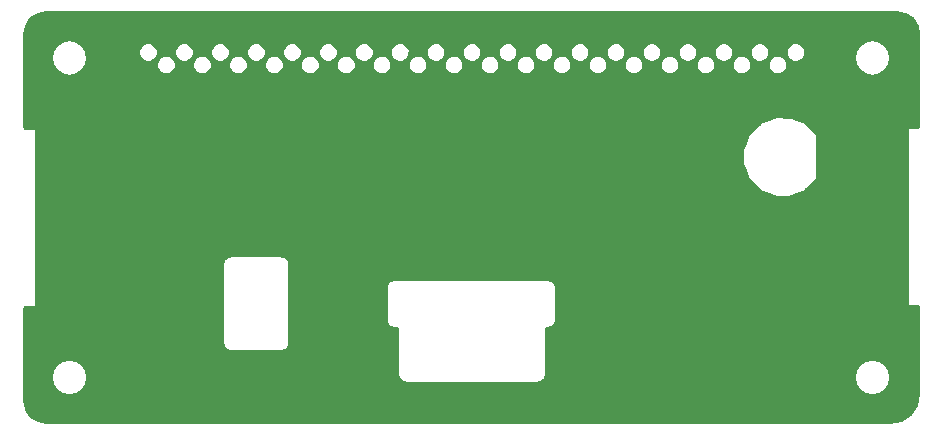
<source format=gbl>
G04 #@! TF.FileFunction,Copper,L2,Bot,Signal*
%FSLAX46Y46*%
G04 Gerber Fmt 4.6, Leading zero omitted, Abs format (unit mm)*
G04 Created by KiCad (PCBNEW (2016-09-17 revision 679eef1)-makepkg) date 09/25/16 18:07:17*
%MOMM*%
%LPD*%
G01*
G04 APERTURE LIST*
%ADD10C,0.150000*%
%ADD11C,0.800000*%
%ADD12C,0.254000*%
G04 APERTURE END LIST*
D10*
D11*
X61026029Y-14298718D03*
X62435227Y-15707916D03*
X64360227Y-16223718D03*
X66285227Y-15707916D03*
X67694425Y-14298718D03*
X68210227Y-12373718D03*
X67694425Y-10448718D03*
X66285227Y-9039520D03*
X64360227Y-8523718D03*
X62435227Y-9039520D03*
X61026029Y-10448718D03*
X60510227Y-12373718D03*
D12*
G36*
X74701912Y-281292D02*
X75305443Y-684557D01*
X75708708Y-1288088D01*
X75853000Y-2013495D01*
X75853000Y-9706505D01*
X75838112Y-9781352D01*
X75803361Y-9833360D01*
X75751352Y-9868112D01*
X75676505Y-9883000D01*
X74999999Y-9883000D01*
X74947571Y-9893429D01*
X74903125Y-9923126D01*
X74873428Y-9967572D01*
X74862999Y-10020000D01*
X74863000Y-24860000D01*
X74873429Y-24912428D01*
X74903126Y-24956874D01*
X74947572Y-24986571D01*
X75000000Y-24997000D01*
X75676505Y-24997000D01*
X75751352Y-25011888D01*
X75803361Y-25046640D01*
X75838112Y-25098648D01*
X75853000Y-25173495D01*
X75853000Y-32486505D01*
X75671408Y-33399429D01*
X75161926Y-34161923D01*
X74399429Y-34671408D01*
X73486495Y-34853002D01*
X2013486Y-34862998D01*
X1288088Y-34718708D01*
X684557Y-34315443D01*
X281292Y-33711912D01*
X137000Y-32986505D01*
X137000Y-31035000D01*
X2408000Y-31035000D01*
X2524997Y-31623184D01*
X2858177Y-32121823D01*
X3356816Y-32455003D01*
X3945000Y-32572000D01*
X4533184Y-32455003D01*
X5031823Y-32121823D01*
X5365003Y-31623184D01*
X5482000Y-31035000D01*
X5365003Y-30446816D01*
X5031823Y-29948177D01*
X4533184Y-29614997D01*
X3945000Y-29498000D01*
X3356816Y-29614997D01*
X2858177Y-29948177D01*
X2524997Y-30446816D01*
X2408000Y-31035000D01*
X137000Y-31035000D01*
X137000Y-25273495D01*
X151888Y-25198648D01*
X186640Y-25146639D01*
X238648Y-25111888D01*
X313495Y-25097000D01*
X990000Y-25097000D01*
X1042428Y-25086571D01*
X1086874Y-25056874D01*
X1116571Y-25012428D01*
X1127000Y-24960000D01*
X1127000Y-21427916D01*
X16908227Y-21427916D01*
X16908227Y-28127916D01*
X16911628Y-28145014D01*
X16911628Y-28162447D01*
X16949688Y-28353789D01*
X16949688Y-28353790D01*
X16976117Y-28417595D01*
X17084502Y-28579804D01*
X17133337Y-28628639D01*
X17295548Y-28737026D01*
X17295549Y-28737027D01*
X17332925Y-28752508D01*
X17359353Y-28763455D01*
X17359354Y-28763455D01*
X17550697Y-28801515D01*
X17568129Y-28801515D01*
X17585227Y-28804916D01*
X21935227Y-28804916D01*
X21952325Y-28801515D01*
X21969758Y-28801515D01*
X22161100Y-28763455D01*
X22161101Y-28763455D01*
X22224906Y-28737026D01*
X22387117Y-28628639D01*
X22435952Y-28579804D01*
X22544337Y-28417595D01*
X22544338Y-28417594D01*
X22570766Y-28353789D01*
X22608826Y-28162446D01*
X22608826Y-28145014D01*
X22612227Y-28127916D01*
X22612227Y-23427916D01*
X30758227Y-23427916D01*
X30758227Y-26207916D01*
X30761628Y-26225014D01*
X30761628Y-26242447D01*
X30799688Y-26433789D01*
X30799688Y-26433790D01*
X30826117Y-26497595D01*
X30934502Y-26659804D01*
X30983337Y-26708639D01*
X31145548Y-26817026D01*
X31145549Y-26817027D01*
X31182925Y-26832508D01*
X31209353Y-26843455D01*
X31209354Y-26843455D01*
X31400697Y-26881515D01*
X31418129Y-26881515D01*
X31435227Y-26884916D01*
X31758227Y-26884916D01*
X31758227Y-30827916D01*
X31761628Y-30845014D01*
X31761628Y-30862447D01*
X31799688Y-31053789D01*
X31799688Y-31053790D01*
X31826117Y-31117595D01*
X31934502Y-31279804D01*
X31983337Y-31328639D01*
X32145548Y-31437026D01*
X32145549Y-31437027D01*
X32182925Y-31452508D01*
X32209353Y-31463455D01*
X32209354Y-31463455D01*
X32400697Y-31501515D01*
X32418129Y-31501515D01*
X32435227Y-31504916D01*
X43635227Y-31504916D01*
X43652325Y-31501515D01*
X43669758Y-31501515D01*
X43861100Y-31463455D01*
X43861101Y-31463455D01*
X43924906Y-31437026D01*
X44087117Y-31328639D01*
X44135952Y-31279804D01*
X44244337Y-31117595D01*
X44244338Y-31117594D01*
X44259819Y-31080218D01*
X44268193Y-31060000D01*
X70383000Y-31060000D01*
X70499997Y-31648184D01*
X70833177Y-32146823D01*
X71331816Y-32480003D01*
X71920000Y-32597000D01*
X72508184Y-32480003D01*
X73006823Y-32146823D01*
X73340003Y-31648184D01*
X73457000Y-31060000D01*
X73340003Y-30471816D01*
X73006823Y-29973177D01*
X72508184Y-29639997D01*
X71920000Y-29523000D01*
X71331816Y-29639997D01*
X70833177Y-29973177D01*
X70499997Y-30471816D01*
X70383000Y-31060000D01*
X44268193Y-31060000D01*
X44270766Y-31053790D01*
X44270766Y-31053789D01*
X44308826Y-30862446D01*
X44308826Y-30845014D01*
X44312227Y-30827916D01*
X44312227Y-26884916D01*
X44485227Y-26884916D01*
X44502325Y-26881515D01*
X44519758Y-26881515D01*
X44711100Y-26843455D01*
X44711101Y-26843455D01*
X44774906Y-26817026D01*
X44937117Y-26708639D01*
X44985952Y-26659804D01*
X45094337Y-26497595D01*
X45094338Y-26497594D01*
X45120766Y-26433789D01*
X45158826Y-26242446D01*
X45158826Y-26225014D01*
X45162227Y-26207916D01*
X45162227Y-23427916D01*
X45158826Y-23410818D01*
X45158826Y-23393386D01*
X45120766Y-23202043D01*
X45094338Y-23138238D01*
X45094337Y-23138237D01*
X44985950Y-22976026D01*
X44937115Y-22927191D01*
X44774906Y-22818806D01*
X44711101Y-22792377D01*
X44711100Y-22792377D01*
X44519758Y-22754317D01*
X44502325Y-22754317D01*
X44485227Y-22750916D01*
X31435227Y-22750916D01*
X31418129Y-22754317D01*
X31400697Y-22754317D01*
X31209354Y-22792377D01*
X31209353Y-22792377D01*
X31184291Y-22802758D01*
X31145549Y-22818805D01*
X31145548Y-22818806D01*
X30983339Y-22927191D01*
X30934504Y-22976026D01*
X30826117Y-23138237D01*
X30826117Y-23138238D01*
X30799688Y-23202043D01*
X30761628Y-23393385D01*
X30761628Y-23410818D01*
X30758227Y-23427916D01*
X22612227Y-23427916D01*
X22612227Y-21427916D01*
X22608826Y-21410818D01*
X22608826Y-21393386D01*
X22570766Y-21202043D01*
X22544338Y-21138238D01*
X22544337Y-21138237D01*
X22435950Y-20976026D01*
X22387115Y-20927191D01*
X22224906Y-20818806D01*
X22161101Y-20792377D01*
X22161100Y-20792377D01*
X21969758Y-20754317D01*
X21952325Y-20754317D01*
X21935227Y-20750916D01*
X17585227Y-20750916D01*
X17568129Y-20754317D01*
X17550697Y-20754317D01*
X17359354Y-20792377D01*
X17359353Y-20792377D01*
X17334291Y-20802758D01*
X17295549Y-20818805D01*
X17295548Y-20818806D01*
X17133339Y-20927191D01*
X17084504Y-20976026D01*
X16976117Y-21138237D01*
X16976117Y-21138238D01*
X16949688Y-21202043D01*
X16911628Y-21393385D01*
X16911628Y-21410818D01*
X16908227Y-21427916D01*
X1127000Y-21427916D01*
X1127000Y-13002737D01*
X60969175Y-13002737D01*
X60984434Y-13080062D01*
X60984435Y-13080063D01*
X61468018Y-14252551D01*
X61468019Y-14252556D01*
X61473845Y-14261303D01*
X61511708Y-14318156D01*
X61511711Y-14318158D01*
X62407173Y-15216334D01*
X62407175Y-15216337D01*
X62433449Y-15233951D01*
X62472642Y-15260225D01*
X62472647Y-15260226D01*
X63643662Y-15747354D01*
X63643666Y-15747357D01*
X63720944Y-15762850D01*
X64989246Y-15764770D01*
X65066571Y-15749511D01*
X65066573Y-15749509D01*
X66239060Y-15265927D01*
X66239065Y-15265926D01*
X66278441Y-15239702D01*
X66304665Y-15222237D01*
X66304667Y-15222234D01*
X67202846Y-14326769D01*
X67202931Y-14326642D01*
X67203063Y-14326554D01*
X67224979Y-14293755D01*
X67246734Y-14261303D01*
X67246765Y-14261149D01*
X67246851Y-14261020D01*
X67254408Y-14223028D01*
X67262228Y-14184024D01*
X67262197Y-14183868D01*
X67262227Y-14183718D01*
X67262227Y-10563723D01*
X67262228Y-10563718D01*
X67246851Y-10486416D01*
X67203063Y-10420882D01*
X66313063Y-9530882D01*
X66280185Y-9508914D01*
X66247812Y-9487212D01*
X66247530Y-9487095D01*
X66247529Y-9487094D01*
X66247528Y-9487094D01*
X65076789Y-9000080D01*
X65076790Y-9000080D01*
X65076788Y-9000079D01*
X65015003Y-8987692D01*
X64999510Y-8984586D01*
X64999509Y-8984586D01*
X63731208Y-8982666D01*
X63653883Y-8997925D01*
X62481394Y-9481509D01*
X62481389Y-9481510D01*
X62415790Y-9525199D01*
X61517608Y-10420666D01*
X61473720Y-10486133D01*
X61473719Y-10486138D01*
X60986590Y-11657155D01*
X60986588Y-11657157D01*
X60971095Y-11734436D01*
X60969175Y-13002737D01*
X1127000Y-13002737D01*
X1127000Y-10120000D01*
X1116571Y-10067572D01*
X1086874Y-10023126D01*
X1042428Y-9993429D01*
X990000Y-9983000D01*
X313495Y-9983000D01*
X238648Y-9968112D01*
X186640Y-9933361D01*
X151888Y-9881352D01*
X137000Y-9806505D01*
X137000Y-3985000D01*
X2408000Y-3985000D01*
X2524997Y-4573184D01*
X2858177Y-5071823D01*
X3356816Y-5405003D01*
X3945000Y-5522000D01*
X4533184Y-5405003D01*
X5031823Y-5071823D01*
X5237651Y-4763779D01*
X11328357Y-4763779D01*
X11453995Y-5067846D01*
X11686430Y-5300688D01*
X11990278Y-5426856D01*
X12319279Y-5427143D01*
X12623346Y-5301505D01*
X12856188Y-5069070D01*
X12982356Y-4765222D01*
X12982357Y-4763779D01*
X14373857Y-4763779D01*
X14499495Y-5067846D01*
X14731930Y-5300688D01*
X15035778Y-5426856D01*
X15364779Y-5427143D01*
X15668846Y-5301505D01*
X15901688Y-5069070D01*
X16027856Y-4765222D01*
X16027857Y-4763779D01*
X17419357Y-4763779D01*
X17544995Y-5067846D01*
X17777430Y-5300688D01*
X18081278Y-5426856D01*
X18410279Y-5427143D01*
X18714346Y-5301505D01*
X18947188Y-5069070D01*
X19073356Y-4765222D01*
X19073357Y-4763779D01*
X20464857Y-4763779D01*
X20590495Y-5067846D01*
X20822930Y-5300688D01*
X21126778Y-5426856D01*
X21455779Y-5427143D01*
X21759846Y-5301505D01*
X21992688Y-5069070D01*
X22118856Y-4765222D01*
X22118857Y-4763779D01*
X23510357Y-4763779D01*
X23635995Y-5067846D01*
X23868430Y-5300688D01*
X24172278Y-5426856D01*
X24501279Y-5427143D01*
X24805346Y-5301505D01*
X25038188Y-5069070D01*
X25164356Y-4765222D01*
X25164357Y-4763779D01*
X26555857Y-4763779D01*
X26681495Y-5067846D01*
X26913930Y-5300688D01*
X27217778Y-5426856D01*
X27546779Y-5427143D01*
X27850846Y-5301505D01*
X28083688Y-5069070D01*
X28209856Y-4765222D01*
X28209857Y-4763779D01*
X29601357Y-4763779D01*
X29726995Y-5067846D01*
X29959430Y-5300688D01*
X30263278Y-5426856D01*
X30592279Y-5427143D01*
X30896346Y-5301505D01*
X31129188Y-5069070D01*
X31255356Y-4765222D01*
X31255357Y-4763779D01*
X32646857Y-4763779D01*
X32772495Y-5067846D01*
X33004930Y-5300688D01*
X33308778Y-5426856D01*
X33637779Y-5427143D01*
X33941846Y-5301505D01*
X34174688Y-5069070D01*
X34300856Y-4765222D01*
X34300857Y-4763779D01*
X35692357Y-4763779D01*
X35817995Y-5067846D01*
X36050430Y-5300688D01*
X36354278Y-5426856D01*
X36683279Y-5427143D01*
X36987346Y-5301505D01*
X37220188Y-5069070D01*
X37346356Y-4765222D01*
X37346357Y-4763779D01*
X38737857Y-4763779D01*
X38863495Y-5067846D01*
X39095930Y-5300688D01*
X39399778Y-5426856D01*
X39728779Y-5427143D01*
X40032846Y-5301505D01*
X40265688Y-5069070D01*
X40391856Y-4765222D01*
X40391857Y-4763779D01*
X41783357Y-4763779D01*
X41908995Y-5067846D01*
X42141430Y-5300688D01*
X42445278Y-5426856D01*
X42774279Y-5427143D01*
X43078346Y-5301505D01*
X43311188Y-5069070D01*
X43437356Y-4765222D01*
X43437357Y-4763779D01*
X44828857Y-4763779D01*
X44954495Y-5067846D01*
X45186930Y-5300688D01*
X45490778Y-5426856D01*
X45819779Y-5427143D01*
X46123846Y-5301505D01*
X46356688Y-5069070D01*
X46482856Y-4765222D01*
X46482857Y-4763779D01*
X47874357Y-4763779D01*
X47999995Y-5067846D01*
X48232430Y-5300688D01*
X48536278Y-5426856D01*
X48865279Y-5427143D01*
X49169346Y-5301505D01*
X49402188Y-5069070D01*
X49528356Y-4765222D01*
X49528357Y-4763779D01*
X50919857Y-4763779D01*
X51045495Y-5067846D01*
X51277930Y-5300688D01*
X51581778Y-5426856D01*
X51910779Y-5427143D01*
X52214846Y-5301505D01*
X52447688Y-5069070D01*
X52573856Y-4765222D01*
X52573857Y-4763779D01*
X53965357Y-4763779D01*
X54090995Y-5067846D01*
X54323430Y-5300688D01*
X54627278Y-5426856D01*
X54956279Y-5427143D01*
X55260346Y-5301505D01*
X55493188Y-5069070D01*
X55619356Y-4765222D01*
X55619357Y-4763779D01*
X57010857Y-4763779D01*
X57136495Y-5067846D01*
X57368930Y-5300688D01*
X57672778Y-5426856D01*
X58001779Y-5427143D01*
X58305846Y-5301505D01*
X58538688Y-5069070D01*
X58664856Y-4765222D01*
X58664857Y-4763779D01*
X60056357Y-4763779D01*
X60181995Y-5067846D01*
X60414430Y-5300688D01*
X60718278Y-5426856D01*
X61047279Y-5427143D01*
X61351346Y-5301505D01*
X61584188Y-5069070D01*
X61710356Y-4765222D01*
X61710357Y-4763779D01*
X63101857Y-4763779D01*
X63227495Y-5067846D01*
X63459930Y-5300688D01*
X63763778Y-5426856D01*
X64092779Y-5427143D01*
X64396846Y-5301505D01*
X64629688Y-5069070D01*
X64755856Y-4765222D01*
X64756143Y-4436221D01*
X64630505Y-4132154D01*
X64398070Y-3899312D01*
X64094222Y-3773144D01*
X63765221Y-3772857D01*
X63461154Y-3898495D01*
X63228312Y-4130930D01*
X63102144Y-4434778D01*
X63101857Y-4763779D01*
X61710357Y-4763779D01*
X61710643Y-4436221D01*
X61585005Y-4132154D01*
X61352570Y-3899312D01*
X61048722Y-3773144D01*
X60719721Y-3772857D01*
X60415654Y-3898495D01*
X60182812Y-4130930D01*
X60056644Y-4434778D01*
X60056357Y-4763779D01*
X58664857Y-4763779D01*
X58665143Y-4436221D01*
X58539505Y-4132154D01*
X58307070Y-3899312D01*
X58003222Y-3773144D01*
X57674221Y-3772857D01*
X57370154Y-3898495D01*
X57137312Y-4130930D01*
X57011144Y-4434778D01*
X57010857Y-4763779D01*
X55619357Y-4763779D01*
X55619643Y-4436221D01*
X55494005Y-4132154D01*
X55261570Y-3899312D01*
X54957722Y-3773144D01*
X54628721Y-3772857D01*
X54324654Y-3898495D01*
X54091812Y-4130930D01*
X53965644Y-4434778D01*
X53965357Y-4763779D01*
X52573857Y-4763779D01*
X52574143Y-4436221D01*
X52448505Y-4132154D01*
X52216070Y-3899312D01*
X51912222Y-3773144D01*
X51583221Y-3772857D01*
X51279154Y-3898495D01*
X51046312Y-4130930D01*
X50920144Y-4434778D01*
X50919857Y-4763779D01*
X49528357Y-4763779D01*
X49528643Y-4436221D01*
X49403005Y-4132154D01*
X49170570Y-3899312D01*
X48866722Y-3773144D01*
X48537721Y-3772857D01*
X48233654Y-3898495D01*
X48000812Y-4130930D01*
X47874644Y-4434778D01*
X47874357Y-4763779D01*
X46482857Y-4763779D01*
X46483143Y-4436221D01*
X46357505Y-4132154D01*
X46125070Y-3899312D01*
X45821222Y-3773144D01*
X45492221Y-3772857D01*
X45188154Y-3898495D01*
X44955312Y-4130930D01*
X44829144Y-4434778D01*
X44828857Y-4763779D01*
X43437357Y-4763779D01*
X43437643Y-4436221D01*
X43312005Y-4132154D01*
X43079570Y-3899312D01*
X42775722Y-3773144D01*
X42446721Y-3772857D01*
X42142654Y-3898495D01*
X41909812Y-4130930D01*
X41783644Y-4434778D01*
X41783357Y-4763779D01*
X40391857Y-4763779D01*
X40392143Y-4436221D01*
X40266505Y-4132154D01*
X40034070Y-3899312D01*
X39730222Y-3773144D01*
X39401221Y-3772857D01*
X39097154Y-3898495D01*
X38864312Y-4130930D01*
X38738144Y-4434778D01*
X38737857Y-4763779D01*
X37346357Y-4763779D01*
X37346643Y-4436221D01*
X37221005Y-4132154D01*
X36988570Y-3899312D01*
X36684722Y-3773144D01*
X36355721Y-3772857D01*
X36051654Y-3898495D01*
X35818812Y-4130930D01*
X35692644Y-4434778D01*
X35692357Y-4763779D01*
X34300857Y-4763779D01*
X34301143Y-4436221D01*
X34175505Y-4132154D01*
X33943070Y-3899312D01*
X33639222Y-3773144D01*
X33310221Y-3772857D01*
X33006154Y-3898495D01*
X32773312Y-4130930D01*
X32647144Y-4434778D01*
X32646857Y-4763779D01*
X31255357Y-4763779D01*
X31255643Y-4436221D01*
X31130005Y-4132154D01*
X30897570Y-3899312D01*
X30593722Y-3773144D01*
X30264721Y-3772857D01*
X29960654Y-3898495D01*
X29727812Y-4130930D01*
X29601644Y-4434778D01*
X29601357Y-4763779D01*
X28209857Y-4763779D01*
X28210143Y-4436221D01*
X28084505Y-4132154D01*
X27852070Y-3899312D01*
X27548222Y-3773144D01*
X27219221Y-3772857D01*
X26915154Y-3898495D01*
X26682312Y-4130930D01*
X26556144Y-4434778D01*
X26555857Y-4763779D01*
X25164357Y-4763779D01*
X25164643Y-4436221D01*
X25039005Y-4132154D01*
X24806570Y-3899312D01*
X24502722Y-3773144D01*
X24173721Y-3772857D01*
X23869654Y-3898495D01*
X23636812Y-4130930D01*
X23510644Y-4434778D01*
X23510357Y-4763779D01*
X22118857Y-4763779D01*
X22119143Y-4436221D01*
X21993505Y-4132154D01*
X21761070Y-3899312D01*
X21457222Y-3773144D01*
X21128221Y-3772857D01*
X20824154Y-3898495D01*
X20591312Y-4130930D01*
X20465144Y-4434778D01*
X20464857Y-4763779D01*
X19073357Y-4763779D01*
X19073643Y-4436221D01*
X18948005Y-4132154D01*
X18715570Y-3899312D01*
X18411722Y-3773144D01*
X18082721Y-3772857D01*
X17778654Y-3898495D01*
X17545812Y-4130930D01*
X17419644Y-4434778D01*
X17419357Y-4763779D01*
X16027857Y-4763779D01*
X16028143Y-4436221D01*
X15902505Y-4132154D01*
X15670070Y-3899312D01*
X15366222Y-3773144D01*
X15037221Y-3772857D01*
X14733154Y-3898495D01*
X14500312Y-4130930D01*
X14374144Y-4434778D01*
X14373857Y-4763779D01*
X12982357Y-4763779D01*
X12982643Y-4436221D01*
X12857005Y-4132154D01*
X12624570Y-3899312D01*
X12320722Y-3773144D01*
X11991721Y-3772857D01*
X11687654Y-3898495D01*
X11454812Y-4130930D01*
X11328644Y-4434778D01*
X11328357Y-4763779D01*
X5237651Y-4763779D01*
X5365003Y-4573184D01*
X5482000Y-3985000D01*
X5426062Y-3703779D01*
X9808357Y-3703779D01*
X9933995Y-4007846D01*
X10166430Y-4240688D01*
X10470278Y-4366856D01*
X10799279Y-4367143D01*
X11103346Y-4241505D01*
X11336188Y-4009070D01*
X11462356Y-3705222D01*
X11462357Y-3703779D01*
X12853857Y-3703779D01*
X12979495Y-4007846D01*
X13211930Y-4240688D01*
X13515778Y-4366856D01*
X13844779Y-4367143D01*
X14148846Y-4241505D01*
X14381688Y-4009070D01*
X14507856Y-3705222D01*
X14507857Y-3703779D01*
X15899357Y-3703779D01*
X16024995Y-4007846D01*
X16257430Y-4240688D01*
X16561278Y-4366856D01*
X16890279Y-4367143D01*
X17194346Y-4241505D01*
X17427188Y-4009070D01*
X17553356Y-3705222D01*
X17553357Y-3703779D01*
X18944857Y-3703779D01*
X19070495Y-4007846D01*
X19302930Y-4240688D01*
X19606778Y-4366856D01*
X19935779Y-4367143D01*
X20239846Y-4241505D01*
X20472688Y-4009070D01*
X20598856Y-3705222D01*
X20598857Y-3703779D01*
X21990357Y-3703779D01*
X22115995Y-4007846D01*
X22348430Y-4240688D01*
X22652278Y-4366856D01*
X22981279Y-4367143D01*
X23285346Y-4241505D01*
X23518188Y-4009070D01*
X23644356Y-3705222D01*
X23644357Y-3703779D01*
X25035857Y-3703779D01*
X25161495Y-4007846D01*
X25393930Y-4240688D01*
X25697778Y-4366856D01*
X26026779Y-4367143D01*
X26330846Y-4241505D01*
X26563688Y-4009070D01*
X26689856Y-3705222D01*
X26689857Y-3703779D01*
X28081357Y-3703779D01*
X28206995Y-4007846D01*
X28439430Y-4240688D01*
X28743278Y-4366856D01*
X29072279Y-4367143D01*
X29376346Y-4241505D01*
X29609188Y-4009070D01*
X29735356Y-3705222D01*
X29735357Y-3703779D01*
X31126857Y-3703779D01*
X31252495Y-4007846D01*
X31484930Y-4240688D01*
X31788778Y-4366856D01*
X32117779Y-4367143D01*
X32421846Y-4241505D01*
X32654688Y-4009070D01*
X32780856Y-3705222D01*
X32780857Y-3703779D01*
X34172357Y-3703779D01*
X34297995Y-4007846D01*
X34530430Y-4240688D01*
X34834278Y-4366856D01*
X35163279Y-4367143D01*
X35467346Y-4241505D01*
X35700188Y-4009070D01*
X35826356Y-3705222D01*
X35826357Y-3703779D01*
X37217857Y-3703779D01*
X37343495Y-4007846D01*
X37575930Y-4240688D01*
X37879778Y-4366856D01*
X38208779Y-4367143D01*
X38512846Y-4241505D01*
X38745688Y-4009070D01*
X38871856Y-3705222D01*
X38871857Y-3703779D01*
X40263357Y-3703779D01*
X40388995Y-4007846D01*
X40621430Y-4240688D01*
X40925278Y-4366856D01*
X41254279Y-4367143D01*
X41558346Y-4241505D01*
X41791188Y-4009070D01*
X41917356Y-3705222D01*
X41917357Y-3703779D01*
X43308857Y-3703779D01*
X43434495Y-4007846D01*
X43666930Y-4240688D01*
X43970778Y-4366856D01*
X44299779Y-4367143D01*
X44603846Y-4241505D01*
X44836688Y-4009070D01*
X44962856Y-3705222D01*
X44962857Y-3703779D01*
X46354357Y-3703779D01*
X46479995Y-4007846D01*
X46712430Y-4240688D01*
X47016278Y-4366856D01*
X47345279Y-4367143D01*
X47649346Y-4241505D01*
X47882188Y-4009070D01*
X48008356Y-3705222D01*
X48008357Y-3703779D01*
X49399857Y-3703779D01*
X49525495Y-4007846D01*
X49757930Y-4240688D01*
X50061778Y-4366856D01*
X50390779Y-4367143D01*
X50694846Y-4241505D01*
X50927688Y-4009070D01*
X51053856Y-3705222D01*
X51053857Y-3703779D01*
X52445357Y-3703779D01*
X52570995Y-4007846D01*
X52803430Y-4240688D01*
X53107278Y-4366856D01*
X53436279Y-4367143D01*
X53740346Y-4241505D01*
X53973188Y-4009070D01*
X54099356Y-3705222D01*
X54099357Y-3703779D01*
X55490857Y-3703779D01*
X55616495Y-4007846D01*
X55848930Y-4240688D01*
X56152778Y-4366856D01*
X56481779Y-4367143D01*
X56785846Y-4241505D01*
X57018688Y-4009070D01*
X57144856Y-3705222D01*
X57144857Y-3703779D01*
X58536357Y-3703779D01*
X58661995Y-4007846D01*
X58894430Y-4240688D01*
X59198278Y-4366856D01*
X59527279Y-4367143D01*
X59831346Y-4241505D01*
X60064188Y-4009070D01*
X60190356Y-3705222D01*
X60190357Y-3703779D01*
X61581857Y-3703779D01*
X61707495Y-4007846D01*
X61939930Y-4240688D01*
X62243778Y-4366856D01*
X62572779Y-4367143D01*
X62876846Y-4241505D01*
X63109688Y-4009070D01*
X63235856Y-3705222D01*
X63235857Y-3703779D01*
X64627357Y-3703779D01*
X64752995Y-4007846D01*
X64985430Y-4240688D01*
X65289278Y-4366856D01*
X65618279Y-4367143D01*
X65922346Y-4241505D01*
X66155188Y-4009070D01*
X66165182Y-3985000D01*
X70408000Y-3985000D01*
X70524997Y-4573184D01*
X70858177Y-5071823D01*
X71356816Y-5405003D01*
X71945000Y-5522000D01*
X72533184Y-5405003D01*
X73031823Y-5071823D01*
X73365003Y-4573184D01*
X73482000Y-3985000D01*
X73365003Y-3396816D01*
X73031823Y-2898177D01*
X72533184Y-2564997D01*
X71945000Y-2448000D01*
X71356816Y-2564997D01*
X70858177Y-2898177D01*
X70524997Y-3396816D01*
X70408000Y-3985000D01*
X66165182Y-3985000D01*
X66281356Y-3705222D01*
X66281643Y-3376221D01*
X66156005Y-3072154D01*
X65923570Y-2839312D01*
X65619722Y-2713144D01*
X65290721Y-2712857D01*
X64986654Y-2838495D01*
X64753812Y-3070930D01*
X64627644Y-3374778D01*
X64627357Y-3703779D01*
X63235857Y-3703779D01*
X63236143Y-3376221D01*
X63110505Y-3072154D01*
X62878070Y-2839312D01*
X62574222Y-2713144D01*
X62245221Y-2712857D01*
X61941154Y-2838495D01*
X61708312Y-3070930D01*
X61582144Y-3374778D01*
X61581857Y-3703779D01*
X60190357Y-3703779D01*
X60190643Y-3376221D01*
X60065005Y-3072154D01*
X59832570Y-2839312D01*
X59528722Y-2713144D01*
X59199721Y-2712857D01*
X58895654Y-2838495D01*
X58662812Y-3070930D01*
X58536644Y-3374778D01*
X58536357Y-3703779D01*
X57144857Y-3703779D01*
X57145143Y-3376221D01*
X57019505Y-3072154D01*
X56787070Y-2839312D01*
X56483222Y-2713144D01*
X56154221Y-2712857D01*
X55850154Y-2838495D01*
X55617312Y-3070930D01*
X55491144Y-3374778D01*
X55490857Y-3703779D01*
X54099357Y-3703779D01*
X54099643Y-3376221D01*
X53974005Y-3072154D01*
X53741570Y-2839312D01*
X53437722Y-2713144D01*
X53108721Y-2712857D01*
X52804654Y-2838495D01*
X52571812Y-3070930D01*
X52445644Y-3374778D01*
X52445357Y-3703779D01*
X51053857Y-3703779D01*
X51054143Y-3376221D01*
X50928505Y-3072154D01*
X50696070Y-2839312D01*
X50392222Y-2713144D01*
X50063221Y-2712857D01*
X49759154Y-2838495D01*
X49526312Y-3070930D01*
X49400144Y-3374778D01*
X49399857Y-3703779D01*
X48008357Y-3703779D01*
X48008643Y-3376221D01*
X47883005Y-3072154D01*
X47650570Y-2839312D01*
X47346722Y-2713144D01*
X47017721Y-2712857D01*
X46713654Y-2838495D01*
X46480812Y-3070930D01*
X46354644Y-3374778D01*
X46354357Y-3703779D01*
X44962857Y-3703779D01*
X44963143Y-3376221D01*
X44837505Y-3072154D01*
X44605070Y-2839312D01*
X44301222Y-2713144D01*
X43972221Y-2712857D01*
X43668154Y-2838495D01*
X43435312Y-3070930D01*
X43309144Y-3374778D01*
X43308857Y-3703779D01*
X41917357Y-3703779D01*
X41917643Y-3376221D01*
X41792005Y-3072154D01*
X41559570Y-2839312D01*
X41255722Y-2713144D01*
X40926721Y-2712857D01*
X40622654Y-2838495D01*
X40389812Y-3070930D01*
X40263644Y-3374778D01*
X40263357Y-3703779D01*
X38871857Y-3703779D01*
X38872143Y-3376221D01*
X38746505Y-3072154D01*
X38514070Y-2839312D01*
X38210222Y-2713144D01*
X37881221Y-2712857D01*
X37577154Y-2838495D01*
X37344312Y-3070930D01*
X37218144Y-3374778D01*
X37217857Y-3703779D01*
X35826357Y-3703779D01*
X35826643Y-3376221D01*
X35701005Y-3072154D01*
X35468570Y-2839312D01*
X35164722Y-2713144D01*
X34835721Y-2712857D01*
X34531654Y-2838495D01*
X34298812Y-3070930D01*
X34172644Y-3374778D01*
X34172357Y-3703779D01*
X32780857Y-3703779D01*
X32781143Y-3376221D01*
X32655505Y-3072154D01*
X32423070Y-2839312D01*
X32119222Y-2713144D01*
X31790221Y-2712857D01*
X31486154Y-2838495D01*
X31253312Y-3070930D01*
X31127144Y-3374778D01*
X31126857Y-3703779D01*
X29735357Y-3703779D01*
X29735643Y-3376221D01*
X29610005Y-3072154D01*
X29377570Y-2839312D01*
X29073722Y-2713144D01*
X28744721Y-2712857D01*
X28440654Y-2838495D01*
X28207812Y-3070930D01*
X28081644Y-3374778D01*
X28081357Y-3703779D01*
X26689857Y-3703779D01*
X26690143Y-3376221D01*
X26564505Y-3072154D01*
X26332070Y-2839312D01*
X26028222Y-2713144D01*
X25699221Y-2712857D01*
X25395154Y-2838495D01*
X25162312Y-3070930D01*
X25036144Y-3374778D01*
X25035857Y-3703779D01*
X23644357Y-3703779D01*
X23644643Y-3376221D01*
X23519005Y-3072154D01*
X23286570Y-2839312D01*
X22982722Y-2713144D01*
X22653721Y-2712857D01*
X22349654Y-2838495D01*
X22116812Y-3070930D01*
X21990644Y-3374778D01*
X21990357Y-3703779D01*
X20598857Y-3703779D01*
X20599143Y-3376221D01*
X20473505Y-3072154D01*
X20241070Y-2839312D01*
X19937222Y-2713144D01*
X19608221Y-2712857D01*
X19304154Y-2838495D01*
X19071312Y-3070930D01*
X18945144Y-3374778D01*
X18944857Y-3703779D01*
X17553357Y-3703779D01*
X17553643Y-3376221D01*
X17428005Y-3072154D01*
X17195570Y-2839312D01*
X16891722Y-2713144D01*
X16562721Y-2712857D01*
X16258654Y-2838495D01*
X16025812Y-3070930D01*
X15899644Y-3374778D01*
X15899357Y-3703779D01*
X14507857Y-3703779D01*
X14508143Y-3376221D01*
X14382505Y-3072154D01*
X14150070Y-2839312D01*
X13846222Y-2713144D01*
X13517221Y-2712857D01*
X13213154Y-2838495D01*
X12980312Y-3070930D01*
X12854144Y-3374778D01*
X12853857Y-3703779D01*
X11462357Y-3703779D01*
X11462643Y-3376221D01*
X11337005Y-3072154D01*
X11104570Y-2839312D01*
X10800722Y-2713144D01*
X10471721Y-2712857D01*
X10167654Y-2838495D01*
X9934812Y-3070930D01*
X9808644Y-3374778D01*
X9808357Y-3703779D01*
X5426062Y-3703779D01*
X5365003Y-3396816D01*
X5031823Y-2898177D01*
X4533184Y-2564997D01*
X3945000Y-2448000D01*
X3356816Y-2564997D01*
X2858177Y-2898177D01*
X2524997Y-3396816D01*
X2408000Y-3985000D01*
X137000Y-3985000D01*
X137000Y-2013496D01*
X281292Y-1288089D01*
X684557Y-684558D01*
X1288085Y-281293D01*
X2013494Y-137000D01*
X73976505Y-137000D01*
X74701912Y-281292D01*
X74701912Y-281292D01*
G37*
X74701912Y-281292D02*
X75305443Y-684557D01*
X75708708Y-1288088D01*
X75853000Y-2013495D01*
X75853000Y-9706505D01*
X75838112Y-9781352D01*
X75803361Y-9833360D01*
X75751352Y-9868112D01*
X75676505Y-9883000D01*
X74999999Y-9883000D01*
X74947571Y-9893429D01*
X74903125Y-9923126D01*
X74873428Y-9967572D01*
X74862999Y-10020000D01*
X74863000Y-24860000D01*
X74873429Y-24912428D01*
X74903126Y-24956874D01*
X74947572Y-24986571D01*
X75000000Y-24997000D01*
X75676505Y-24997000D01*
X75751352Y-25011888D01*
X75803361Y-25046640D01*
X75838112Y-25098648D01*
X75853000Y-25173495D01*
X75853000Y-32486505D01*
X75671408Y-33399429D01*
X75161926Y-34161923D01*
X74399429Y-34671408D01*
X73486495Y-34853002D01*
X2013486Y-34862998D01*
X1288088Y-34718708D01*
X684557Y-34315443D01*
X281292Y-33711912D01*
X137000Y-32986505D01*
X137000Y-31035000D01*
X2408000Y-31035000D01*
X2524997Y-31623184D01*
X2858177Y-32121823D01*
X3356816Y-32455003D01*
X3945000Y-32572000D01*
X4533184Y-32455003D01*
X5031823Y-32121823D01*
X5365003Y-31623184D01*
X5482000Y-31035000D01*
X5365003Y-30446816D01*
X5031823Y-29948177D01*
X4533184Y-29614997D01*
X3945000Y-29498000D01*
X3356816Y-29614997D01*
X2858177Y-29948177D01*
X2524997Y-30446816D01*
X2408000Y-31035000D01*
X137000Y-31035000D01*
X137000Y-25273495D01*
X151888Y-25198648D01*
X186640Y-25146639D01*
X238648Y-25111888D01*
X313495Y-25097000D01*
X990000Y-25097000D01*
X1042428Y-25086571D01*
X1086874Y-25056874D01*
X1116571Y-25012428D01*
X1127000Y-24960000D01*
X1127000Y-21427916D01*
X16908227Y-21427916D01*
X16908227Y-28127916D01*
X16911628Y-28145014D01*
X16911628Y-28162447D01*
X16949688Y-28353789D01*
X16949688Y-28353790D01*
X16976117Y-28417595D01*
X17084502Y-28579804D01*
X17133337Y-28628639D01*
X17295548Y-28737026D01*
X17295549Y-28737027D01*
X17332925Y-28752508D01*
X17359353Y-28763455D01*
X17359354Y-28763455D01*
X17550697Y-28801515D01*
X17568129Y-28801515D01*
X17585227Y-28804916D01*
X21935227Y-28804916D01*
X21952325Y-28801515D01*
X21969758Y-28801515D01*
X22161100Y-28763455D01*
X22161101Y-28763455D01*
X22224906Y-28737026D01*
X22387117Y-28628639D01*
X22435952Y-28579804D01*
X22544337Y-28417595D01*
X22544338Y-28417594D01*
X22570766Y-28353789D01*
X22608826Y-28162446D01*
X22608826Y-28145014D01*
X22612227Y-28127916D01*
X22612227Y-23427916D01*
X30758227Y-23427916D01*
X30758227Y-26207916D01*
X30761628Y-26225014D01*
X30761628Y-26242447D01*
X30799688Y-26433789D01*
X30799688Y-26433790D01*
X30826117Y-26497595D01*
X30934502Y-26659804D01*
X30983337Y-26708639D01*
X31145548Y-26817026D01*
X31145549Y-26817027D01*
X31182925Y-26832508D01*
X31209353Y-26843455D01*
X31209354Y-26843455D01*
X31400697Y-26881515D01*
X31418129Y-26881515D01*
X31435227Y-26884916D01*
X31758227Y-26884916D01*
X31758227Y-30827916D01*
X31761628Y-30845014D01*
X31761628Y-30862447D01*
X31799688Y-31053789D01*
X31799688Y-31053790D01*
X31826117Y-31117595D01*
X31934502Y-31279804D01*
X31983337Y-31328639D01*
X32145548Y-31437026D01*
X32145549Y-31437027D01*
X32182925Y-31452508D01*
X32209353Y-31463455D01*
X32209354Y-31463455D01*
X32400697Y-31501515D01*
X32418129Y-31501515D01*
X32435227Y-31504916D01*
X43635227Y-31504916D01*
X43652325Y-31501515D01*
X43669758Y-31501515D01*
X43861100Y-31463455D01*
X43861101Y-31463455D01*
X43924906Y-31437026D01*
X44087117Y-31328639D01*
X44135952Y-31279804D01*
X44244337Y-31117595D01*
X44244338Y-31117594D01*
X44259819Y-31080218D01*
X44268193Y-31060000D01*
X70383000Y-31060000D01*
X70499997Y-31648184D01*
X70833177Y-32146823D01*
X71331816Y-32480003D01*
X71920000Y-32597000D01*
X72508184Y-32480003D01*
X73006823Y-32146823D01*
X73340003Y-31648184D01*
X73457000Y-31060000D01*
X73340003Y-30471816D01*
X73006823Y-29973177D01*
X72508184Y-29639997D01*
X71920000Y-29523000D01*
X71331816Y-29639997D01*
X70833177Y-29973177D01*
X70499997Y-30471816D01*
X70383000Y-31060000D01*
X44268193Y-31060000D01*
X44270766Y-31053790D01*
X44270766Y-31053789D01*
X44308826Y-30862446D01*
X44308826Y-30845014D01*
X44312227Y-30827916D01*
X44312227Y-26884916D01*
X44485227Y-26884916D01*
X44502325Y-26881515D01*
X44519758Y-26881515D01*
X44711100Y-26843455D01*
X44711101Y-26843455D01*
X44774906Y-26817026D01*
X44937117Y-26708639D01*
X44985952Y-26659804D01*
X45094337Y-26497595D01*
X45094338Y-26497594D01*
X45120766Y-26433789D01*
X45158826Y-26242446D01*
X45158826Y-26225014D01*
X45162227Y-26207916D01*
X45162227Y-23427916D01*
X45158826Y-23410818D01*
X45158826Y-23393386D01*
X45120766Y-23202043D01*
X45094338Y-23138238D01*
X45094337Y-23138237D01*
X44985950Y-22976026D01*
X44937115Y-22927191D01*
X44774906Y-22818806D01*
X44711101Y-22792377D01*
X44711100Y-22792377D01*
X44519758Y-22754317D01*
X44502325Y-22754317D01*
X44485227Y-22750916D01*
X31435227Y-22750916D01*
X31418129Y-22754317D01*
X31400697Y-22754317D01*
X31209354Y-22792377D01*
X31209353Y-22792377D01*
X31184291Y-22802758D01*
X31145549Y-22818805D01*
X31145548Y-22818806D01*
X30983339Y-22927191D01*
X30934504Y-22976026D01*
X30826117Y-23138237D01*
X30826117Y-23138238D01*
X30799688Y-23202043D01*
X30761628Y-23393385D01*
X30761628Y-23410818D01*
X30758227Y-23427916D01*
X22612227Y-23427916D01*
X22612227Y-21427916D01*
X22608826Y-21410818D01*
X22608826Y-21393386D01*
X22570766Y-21202043D01*
X22544338Y-21138238D01*
X22544337Y-21138237D01*
X22435950Y-20976026D01*
X22387115Y-20927191D01*
X22224906Y-20818806D01*
X22161101Y-20792377D01*
X22161100Y-20792377D01*
X21969758Y-20754317D01*
X21952325Y-20754317D01*
X21935227Y-20750916D01*
X17585227Y-20750916D01*
X17568129Y-20754317D01*
X17550697Y-20754317D01*
X17359354Y-20792377D01*
X17359353Y-20792377D01*
X17334291Y-20802758D01*
X17295549Y-20818805D01*
X17295548Y-20818806D01*
X17133339Y-20927191D01*
X17084504Y-20976026D01*
X16976117Y-21138237D01*
X16976117Y-21138238D01*
X16949688Y-21202043D01*
X16911628Y-21393385D01*
X16911628Y-21410818D01*
X16908227Y-21427916D01*
X1127000Y-21427916D01*
X1127000Y-13002737D01*
X60969175Y-13002737D01*
X60984434Y-13080062D01*
X60984435Y-13080063D01*
X61468018Y-14252551D01*
X61468019Y-14252556D01*
X61473845Y-14261303D01*
X61511708Y-14318156D01*
X61511711Y-14318158D01*
X62407173Y-15216334D01*
X62407175Y-15216337D01*
X62433449Y-15233951D01*
X62472642Y-15260225D01*
X62472647Y-15260226D01*
X63643662Y-15747354D01*
X63643666Y-15747357D01*
X63720944Y-15762850D01*
X64989246Y-15764770D01*
X65066571Y-15749511D01*
X65066573Y-15749509D01*
X66239060Y-15265927D01*
X66239065Y-15265926D01*
X66278441Y-15239702D01*
X66304665Y-15222237D01*
X66304667Y-15222234D01*
X67202846Y-14326769D01*
X67202931Y-14326642D01*
X67203063Y-14326554D01*
X67224979Y-14293755D01*
X67246734Y-14261303D01*
X67246765Y-14261149D01*
X67246851Y-14261020D01*
X67254408Y-14223028D01*
X67262228Y-14184024D01*
X67262197Y-14183868D01*
X67262227Y-14183718D01*
X67262227Y-10563723D01*
X67262228Y-10563718D01*
X67246851Y-10486416D01*
X67203063Y-10420882D01*
X66313063Y-9530882D01*
X66280185Y-9508914D01*
X66247812Y-9487212D01*
X66247530Y-9487095D01*
X66247529Y-9487094D01*
X66247528Y-9487094D01*
X65076789Y-9000080D01*
X65076790Y-9000080D01*
X65076788Y-9000079D01*
X65015003Y-8987692D01*
X64999510Y-8984586D01*
X64999509Y-8984586D01*
X63731208Y-8982666D01*
X63653883Y-8997925D01*
X62481394Y-9481509D01*
X62481389Y-9481510D01*
X62415790Y-9525199D01*
X61517608Y-10420666D01*
X61473720Y-10486133D01*
X61473719Y-10486138D01*
X60986590Y-11657155D01*
X60986588Y-11657157D01*
X60971095Y-11734436D01*
X60969175Y-13002737D01*
X1127000Y-13002737D01*
X1127000Y-10120000D01*
X1116571Y-10067572D01*
X1086874Y-10023126D01*
X1042428Y-9993429D01*
X990000Y-9983000D01*
X313495Y-9983000D01*
X238648Y-9968112D01*
X186640Y-9933361D01*
X151888Y-9881352D01*
X137000Y-9806505D01*
X137000Y-3985000D01*
X2408000Y-3985000D01*
X2524997Y-4573184D01*
X2858177Y-5071823D01*
X3356816Y-5405003D01*
X3945000Y-5522000D01*
X4533184Y-5405003D01*
X5031823Y-5071823D01*
X5237651Y-4763779D01*
X11328357Y-4763779D01*
X11453995Y-5067846D01*
X11686430Y-5300688D01*
X11990278Y-5426856D01*
X12319279Y-5427143D01*
X12623346Y-5301505D01*
X12856188Y-5069070D01*
X12982356Y-4765222D01*
X12982357Y-4763779D01*
X14373857Y-4763779D01*
X14499495Y-5067846D01*
X14731930Y-5300688D01*
X15035778Y-5426856D01*
X15364779Y-5427143D01*
X15668846Y-5301505D01*
X15901688Y-5069070D01*
X16027856Y-4765222D01*
X16027857Y-4763779D01*
X17419357Y-4763779D01*
X17544995Y-5067846D01*
X17777430Y-5300688D01*
X18081278Y-5426856D01*
X18410279Y-5427143D01*
X18714346Y-5301505D01*
X18947188Y-5069070D01*
X19073356Y-4765222D01*
X19073357Y-4763779D01*
X20464857Y-4763779D01*
X20590495Y-5067846D01*
X20822930Y-5300688D01*
X21126778Y-5426856D01*
X21455779Y-5427143D01*
X21759846Y-5301505D01*
X21992688Y-5069070D01*
X22118856Y-4765222D01*
X22118857Y-4763779D01*
X23510357Y-4763779D01*
X23635995Y-5067846D01*
X23868430Y-5300688D01*
X24172278Y-5426856D01*
X24501279Y-5427143D01*
X24805346Y-5301505D01*
X25038188Y-5069070D01*
X25164356Y-4765222D01*
X25164357Y-4763779D01*
X26555857Y-4763779D01*
X26681495Y-5067846D01*
X26913930Y-5300688D01*
X27217778Y-5426856D01*
X27546779Y-5427143D01*
X27850846Y-5301505D01*
X28083688Y-5069070D01*
X28209856Y-4765222D01*
X28209857Y-4763779D01*
X29601357Y-4763779D01*
X29726995Y-5067846D01*
X29959430Y-5300688D01*
X30263278Y-5426856D01*
X30592279Y-5427143D01*
X30896346Y-5301505D01*
X31129188Y-5069070D01*
X31255356Y-4765222D01*
X31255357Y-4763779D01*
X32646857Y-4763779D01*
X32772495Y-5067846D01*
X33004930Y-5300688D01*
X33308778Y-5426856D01*
X33637779Y-5427143D01*
X33941846Y-5301505D01*
X34174688Y-5069070D01*
X34300856Y-4765222D01*
X34300857Y-4763779D01*
X35692357Y-4763779D01*
X35817995Y-5067846D01*
X36050430Y-5300688D01*
X36354278Y-5426856D01*
X36683279Y-5427143D01*
X36987346Y-5301505D01*
X37220188Y-5069070D01*
X37346356Y-4765222D01*
X37346357Y-4763779D01*
X38737857Y-4763779D01*
X38863495Y-5067846D01*
X39095930Y-5300688D01*
X39399778Y-5426856D01*
X39728779Y-5427143D01*
X40032846Y-5301505D01*
X40265688Y-5069070D01*
X40391856Y-4765222D01*
X40391857Y-4763779D01*
X41783357Y-4763779D01*
X41908995Y-5067846D01*
X42141430Y-5300688D01*
X42445278Y-5426856D01*
X42774279Y-5427143D01*
X43078346Y-5301505D01*
X43311188Y-5069070D01*
X43437356Y-4765222D01*
X43437357Y-4763779D01*
X44828857Y-4763779D01*
X44954495Y-5067846D01*
X45186930Y-5300688D01*
X45490778Y-5426856D01*
X45819779Y-5427143D01*
X46123846Y-5301505D01*
X46356688Y-5069070D01*
X46482856Y-4765222D01*
X46482857Y-4763779D01*
X47874357Y-4763779D01*
X47999995Y-5067846D01*
X48232430Y-5300688D01*
X48536278Y-5426856D01*
X48865279Y-5427143D01*
X49169346Y-5301505D01*
X49402188Y-5069070D01*
X49528356Y-4765222D01*
X49528357Y-4763779D01*
X50919857Y-4763779D01*
X51045495Y-5067846D01*
X51277930Y-5300688D01*
X51581778Y-5426856D01*
X51910779Y-5427143D01*
X52214846Y-5301505D01*
X52447688Y-5069070D01*
X52573856Y-4765222D01*
X52573857Y-4763779D01*
X53965357Y-4763779D01*
X54090995Y-5067846D01*
X54323430Y-5300688D01*
X54627278Y-5426856D01*
X54956279Y-5427143D01*
X55260346Y-5301505D01*
X55493188Y-5069070D01*
X55619356Y-4765222D01*
X55619357Y-4763779D01*
X57010857Y-4763779D01*
X57136495Y-5067846D01*
X57368930Y-5300688D01*
X57672778Y-5426856D01*
X58001779Y-5427143D01*
X58305846Y-5301505D01*
X58538688Y-5069070D01*
X58664856Y-4765222D01*
X58664857Y-4763779D01*
X60056357Y-4763779D01*
X60181995Y-5067846D01*
X60414430Y-5300688D01*
X60718278Y-5426856D01*
X61047279Y-5427143D01*
X61351346Y-5301505D01*
X61584188Y-5069070D01*
X61710356Y-4765222D01*
X61710357Y-4763779D01*
X63101857Y-4763779D01*
X63227495Y-5067846D01*
X63459930Y-5300688D01*
X63763778Y-5426856D01*
X64092779Y-5427143D01*
X64396846Y-5301505D01*
X64629688Y-5069070D01*
X64755856Y-4765222D01*
X64756143Y-4436221D01*
X64630505Y-4132154D01*
X64398070Y-3899312D01*
X64094222Y-3773144D01*
X63765221Y-3772857D01*
X63461154Y-3898495D01*
X63228312Y-4130930D01*
X63102144Y-4434778D01*
X63101857Y-4763779D01*
X61710357Y-4763779D01*
X61710643Y-4436221D01*
X61585005Y-4132154D01*
X61352570Y-3899312D01*
X61048722Y-3773144D01*
X60719721Y-3772857D01*
X60415654Y-3898495D01*
X60182812Y-4130930D01*
X60056644Y-4434778D01*
X60056357Y-4763779D01*
X58664857Y-4763779D01*
X58665143Y-4436221D01*
X58539505Y-4132154D01*
X58307070Y-3899312D01*
X58003222Y-3773144D01*
X57674221Y-3772857D01*
X57370154Y-3898495D01*
X57137312Y-4130930D01*
X57011144Y-4434778D01*
X57010857Y-4763779D01*
X55619357Y-4763779D01*
X55619643Y-4436221D01*
X55494005Y-4132154D01*
X55261570Y-3899312D01*
X54957722Y-3773144D01*
X54628721Y-3772857D01*
X54324654Y-3898495D01*
X54091812Y-4130930D01*
X53965644Y-4434778D01*
X53965357Y-4763779D01*
X52573857Y-4763779D01*
X52574143Y-4436221D01*
X52448505Y-4132154D01*
X52216070Y-3899312D01*
X51912222Y-3773144D01*
X51583221Y-3772857D01*
X51279154Y-3898495D01*
X51046312Y-4130930D01*
X50920144Y-4434778D01*
X50919857Y-4763779D01*
X49528357Y-4763779D01*
X49528643Y-4436221D01*
X49403005Y-4132154D01*
X49170570Y-3899312D01*
X48866722Y-3773144D01*
X48537721Y-3772857D01*
X48233654Y-3898495D01*
X48000812Y-4130930D01*
X47874644Y-4434778D01*
X47874357Y-4763779D01*
X46482857Y-4763779D01*
X46483143Y-4436221D01*
X46357505Y-4132154D01*
X46125070Y-3899312D01*
X45821222Y-3773144D01*
X45492221Y-3772857D01*
X45188154Y-3898495D01*
X44955312Y-4130930D01*
X44829144Y-4434778D01*
X44828857Y-4763779D01*
X43437357Y-4763779D01*
X43437643Y-4436221D01*
X43312005Y-4132154D01*
X43079570Y-3899312D01*
X42775722Y-3773144D01*
X42446721Y-3772857D01*
X42142654Y-3898495D01*
X41909812Y-4130930D01*
X41783644Y-4434778D01*
X41783357Y-4763779D01*
X40391857Y-4763779D01*
X40392143Y-4436221D01*
X40266505Y-4132154D01*
X40034070Y-3899312D01*
X39730222Y-3773144D01*
X39401221Y-3772857D01*
X39097154Y-3898495D01*
X38864312Y-4130930D01*
X38738144Y-4434778D01*
X38737857Y-4763779D01*
X37346357Y-4763779D01*
X37346643Y-4436221D01*
X37221005Y-4132154D01*
X36988570Y-3899312D01*
X36684722Y-3773144D01*
X36355721Y-3772857D01*
X36051654Y-3898495D01*
X35818812Y-4130930D01*
X35692644Y-4434778D01*
X35692357Y-4763779D01*
X34300857Y-4763779D01*
X34301143Y-4436221D01*
X34175505Y-4132154D01*
X33943070Y-3899312D01*
X33639222Y-3773144D01*
X33310221Y-3772857D01*
X33006154Y-3898495D01*
X32773312Y-4130930D01*
X32647144Y-4434778D01*
X32646857Y-4763779D01*
X31255357Y-4763779D01*
X31255643Y-4436221D01*
X31130005Y-4132154D01*
X30897570Y-3899312D01*
X30593722Y-3773144D01*
X30264721Y-3772857D01*
X29960654Y-3898495D01*
X29727812Y-4130930D01*
X29601644Y-4434778D01*
X29601357Y-4763779D01*
X28209857Y-4763779D01*
X28210143Y-4436221D01*
X28084505Y-4132154D01*
X27852070Y-3899312D01*
X27548222Y-3773144D01*
X27219221Y-3772857D01*
X26915154Y-3898495D01*
X26682312Y-4130930D01*
X26556144Y-4434778D01*
X26555857Y-4763779D01*
X25164357Y-4763779D01*
X25164643Y-4436221D01*
X25039005Y-4132154D01*
X24806570Y-3899312D01*
X24502722Y-3773144D01*
X24173721Y-3772857D01*
X23869654Y-3898495D01*
X23636812Y-4130930D01*
X23510644Y-4434778D01*
X23510357Y-4763779D01*
X22118857Y-4763779D01*
X22119143Y-4436221D01*
X21993505Y-4132154D01*
X21761070Y-3899312D01*
X21457222Y-3773144D01*
X21128221Y-3772857D01*
X20824154Y-3898495D01*
X20591312Y-4130930D01*
X20465144Y-4434778D01*
X20464857Y-4763779D01*
X19073357Y-4763779D01*
X19073643Y-4436221D01*
X18948005Y-4132154D01*
X18715570Y-3899312D01*
X18411722Y-3773144D01*
X18082721Y-3772857D01*
X17778654Y-3898495D01*
X17545812Y-4130930D01*
X17419644Y-4434778D01*
X17419357Y-4763779D01*
X16027857Y-4763779D01*
X16028143Y-4436221D01*
X15902505Y-4132154D01*
X15670070Y-3899312D01*
X15366222Y-3773144D01*
X15037221Y-3772857D01*
X14733154Y-3898495D01*
X14500312Y-4130930D01*
X14374144Y-4434778D01*
X14373857Y-4763779D01*
X12982357Y-4763779D01*
X12982643Y-4436221D01*
X12857005Y-4132154D01*
X12624570Y-3899312D01*
X12320722Y-3773144D01*
X11991721Y-3772857D01*
X11687654Y-3898495D01*
X11454812Y-4130930D01*
X11328644Y-4434778D01*
X11328357Y-4763779D01*
X5237651Y-4763779D01*
X5365003Y-4573184D01*
X5482000Y-3985000D01*
X5426062Y-3703779D01*
X9808357Y-3703779D01*
X9933995Y-4007846D01*
X10166430Y-4240688D01*
X10470278Y-4366856D01*
X10799279Y-4367143D01*
X11103346Y-4241505D01*
X11336188Y-4009070D01*
X11462356Y-3705222D01*
X11462357Y-3703779D01*
X12853857Y-3703779D01*
X12979495Y-4007846D01*
X13211930Y-4240688D01*
X13515778Y-4366856D01*
X13844779Y-4367143D01*
X14148846Y-4241505D01*
X14381688Y-4009070D01*
X14507856Y-3705222D01*
X14507857Y-3703779D01*
X15899357Y-3703779D01*
X16024995Y-4007846D01*
X16257430Y-4240688D01*
X16561278Y-4366856D01*
X16890279Y-4367143D01*
X17194346Y-4241505D01*
X17427188Y-4009070D01*
X17553356Y-3705222D01*
X17553357Y-3703779D01*
X18944857Y-3703779D01*
X19070495Y-4007846D01*
X19302930Y-4240688D01*
X19606778Y-4366856D01*
X19935779Y-4367143D01*
X20239846Y-4241505D01*
X20472688Y-4009070D01*
X20598856Y-3705222D01*
X20598857Y-3703779D01*
X21990357Y-3703779D01*
X22115995Y-4007846D01*
X22348430Y-4240688D01*
X22652278Y-4366856D01*
X22981279Y-4367143D01*
X23285346Y-4241505D01*
X23518188Y-4009070D01*
X23644356Y-3705222D01*
X23644357Y-3703779D01*
X25035857Y-3703779D01*
X25161495Y-4007846D01*
X25393930Y-4240688D01*
X25697778Y-4366856D01*
X26026779Y-4367143D01*
X26330846Y-4241505D01*
X26563688Y-4009070D01*
X26689856Y-3705222D01*
X26689857Y-3703779D01*
X28081357Y-3703779D01*
X28206995Y-4007846D01*
X28439430Y-4240688D01*
X28743278Y-4366856D01*
X29072279Y-4367143D01*
X29376346Y-4241505D01*
X29609188Y-4009070D01*
X29735356Y-3705222D01*
X29735357Y-3703779D01*
X31126857Y-3703779D01*
X31252495Y-4007846D01*
X31484930Y-4240688D01*
X31788778Y-4366856D01*
X32117779Y-4367143D01*
X32421846Y-4241505D01*
X32654688Y-4009070D01*
X32780856Y-3705222D01*
X32780857Y-3703779D01*
X34172357Y-3703779D01*
X34297995Y-4007846D01*
X34530430Y-4240688D01*
X34834278Y-4366856D01*
X35163279Y-4367143D01*
X35467346Y-4241505D01*
X35700188Y-4009070D01*
X35826356Y-3705222D01*
X35826357Y-3703779D01*
X37217857Y-3703779D01*
X37343495Y-4007846D01*
X37575930Y-4240688D01*
X37879778Y-4366856D01*
X38208779Y-4367143D01*
X38512846Y-4241505D01*
X38745688Y-4009070D01*
X38871856Y-3705222D01*
X38871857Y-3703779D01*
X40263357Y-3703779D01*
X40388995Y-4007846D01*
X40621430Y-4240688D01*
X40925278Y-4366856D01*
X41254279Y-4367143D01*
X41558346Y-4241505D01*
X41791188Y-4009070D01*
X41917356Y-3705222D01*
X41917357Y-3703779D01*
X43308857Y-3703779D01*
X43434495Y-4007846D01*
X43666930Y-4240688D01*
X43970778Y-4366856D01*
X44299779Y-4367143D01*
X44603846Y-4241505D01*
X44836688Y-4009070D01*
X44962856Y-3705222D01*
X44962857Y-3703779D01*
X46354357Y-3703779D01*
X46479995Y-4007846D01*
X46712430Y-4240688D01*
X47016278Y-4366856D01*
X47345279Y-4367143D01*
X47649346Y-4241505D01*
X47882188Y-4009070D01*
X48008356Y-3705222D01*
X48008357Y-3703779D01*
X49399857Y-3703779D01*
X49525495Y-4007846D01*
X49757930Y-4240688D01*
X50061778Y-4366856D01*
X50390779Y-4367143D01*
X50694846Y-4241505D01*
X50927688Y-4009070D01*
X51053856Y-3705222D01*
X51053857Y-3703779D01*
X52445357Y-3703779D01*
X52570995Y-4007846D01*
X52803430Y-4240688D01*
X53107278Y-4366856D01*
X53436279Y-4367143D01*
X53740346Y-4241505D01*
X53973188Y-4009070D01*
X54099356Y-3705222D01*
X54099357Y-3703779D01*
X55490857Y-3703779D01*
X55616495Y-4007846D01*
X55848930Y-4240688D01*
X56152778Y-4366856D01*
X56481779Y-4367143D01*
X56785846Y-4241505D01*
X57018688Y-4009070D01*
X57144856Y-3705222D01*
X57144857Y-3703779D01*
X58536357Y-3703779D01*
X58661995Y-4007846D01*
X58894430Y-4240688D01*
X59198278Y-4366856D01*
X59527279Y-4367143D01*
X59831346Y-4241505D01*
X60064188Y-4009070D01*
X60190356Y-3705222D01*
X60190357Y-3703779D01*
X61581857Y-3703779D01*
X61707495Y-4007846D01*
X61939930Y-4240688D01*
X62243778Y-4366856D01*
X62572779Y-4367143D01*
X62876846Y-4241505D01*
X63109688Y-4009070D01*
X63235856Y-3705222D01*
X63235857Y-3703779D01*
X64627357Y-3703779D01*
X64752995Y-4007846D01*
X64985430Y-4240688D01*
X65289278Y-4366856D01*
X65618279Y-4367143D01*
X65922346Y-4241505D01*
X66155188Y-4009070D01*
X66165182Y-3985000D01*
X70408000Y-3985000D01*
X70524997Y-4573184D01*
X70858177Y-5071823D01*
X71356816Y-5405003D01*
X71945000Y-5522000D01*
X72533184Y-5405003D01*
X73031823Y-5071823D01*
X73365003Y-4573184D01*
X73482000Y-3985000D01*
X73365003Y-3396816D01*
X73031823Y-2898177D01*
X72533184Y-2564997D01*
X71945000Y-2448000D01*
X71356816Y-2564997D01*
X70858177Y-2898177D01*
X70524997Y-3396816D01*
X70408000Y-3985000D01*
X66165182Y-3985000D01*
X66281356Y-3705222D01*
X66281643Y-3376221D01*
X66156005Y-3072154D01*
X65923570Y-2839312D01*
X65619722Y-2713144D01*
X65290721Y-2712857D01*
X64986654Y-2838495D01*
X64753812Y-3070930D01*
X64627644Y-3374778D01*
X64627357Y-3703779D01*
X63235857Y-3703779D01*
X63236143Y-3376221D01*
X63110505Y-3072154D01*
X62878070Y-2839312D01*
X62574222Y-2713144D01*
X62245221Y-2712857D01*
X61941154Y-2838495D01*
X61708312Y-3070930D01*
X61582144Y-3374778D01*
X61581857Y-3703779D01*
X60190357Y-3703779D01*
X60190643Y-3376221D01*
X60065005Y-3072154D01*
X59832570Y-2839312D01*
X59528722Y-2713144D01*
X59199721Y-2712857D01*
X58895654Y-2838495D01*
X58662812Y-3070930D01*
X58536644Y-3374778D01*
X58536357Y-3703779D01*
X57144857Y-3703779D01*
X57145143Y-3376221D01*
X57019505Y-3072154D01*
X56787070Y-2839312D01*
X56483222Y-2713144D01*
X56154221Y-2712857D01*
X55850154Y-2838495D01*
X55617312Y-3070930D01*
X55491144Y-3374778D01*
X55490857Y-3703779D01*
X54099357Y-3703779D01*
X54099643Y-3376221D01*
X53974005Y-3072154D01*
X53741570Y-2839312D01*
X53437722Y-2713144D01*
X53108721Y-2712857D01*
X52804654Y-2838495D01*
X52571812Y-3070930D01*
X52445644Y-3374778D01*
X52445357Y-3703779D01*
X51053857Y-3703779D01*
X51054143Y-3376221D01*
X50928505Y-3072154D01*
X50696070Y-2839312D01*
X50392222Y-2713144D01*
X50063221Y-2712857D01*
X49759154Y-2838495D01*
X49526312Y-3070930D01*
X49400144Y-3374778D01*
X49399857Y-3703779D01*
X48008357Y-3703779D01*
X48008643Y-3376221D01*
X47883005Y-3072154D01*
X47650570Y-2839312D01*
X47346722Y-2713144D01*
X47017721Y-2712857D01*
X46713654Y-2838495D01*
X46480812Y-3070930D01*
X46354644Y-3374778D01*
X46354357Y-3703779D01*
X44962857Y-3703779D01*
X44963143Y-3376221D01*
X44837505Y-3072154D01*
X44605070Y-2839312D01*
X44301222Y-2713144D01*
X43972221Y-2712857D01*
X43668154Y-2838495D01*
X43435312Y-3070930D01*
X43309144Y-3374778D01*
X43308857Y-3703779D01*
X41917357Y-3703779D01*
X41917643Y-3376221D01*
X41792005Y-3072154D01*
X41559570Y-2839312D01*
X41255722Y-2713144D01*
X40926721Y-2712857D01*
X40622654Y-2838495D01*
X40389812Y-3070930D01*
X40263644Y-3374778D01*
X40263357Y-3703779D01*
X38871857Y-3703779D01*
X38872143Y-3376221D01*
X38746505Y-3072154D01*
X38514070Y-2839312D01*
X38210222Y-2713144D01*
X37881221Y-2712857D01*
X37577154Y-2838495D01*
X37344312Y-3070930D01*
X37218144Y-3374778D01*
X37217857Y-3703779D01*
X35826357Y-3703779D01*
X35826643Y-3376221D01*
X35701005Y-3072154D01*
X35468570Y-2839312D01*
X35164722Y-2713144D01*
X34835721Y-2712857D01*
X34531654Y-2838495D01*
X34298812Y-3070930D01*
X34172644Y-3374778D01*
X34172357Y-3703779D01*
X32780857Y-3703779D01*
X32781143Y-3376221D01*
X32655505Y-3072154D01*
X32423070Y-2839312D01*
X32119222Y-2713144D01*
X31790221Y-2712857D01*
X31486154Y-2838495D01*
X31253312Y-3070930D01*
X31127144Y-3374778D01*
X31126857Y-3703779D01*
X29735357Y-3703779D01*
X29735643Y-3376221D01*
X29610005Y-3072154D01*
X29377570Y-2839312D01*
X29073722Y-2713144D01*
X28744721Y-2712857D01*
X28440654Y-2838495D01*
X28207812Y-3070930D01*
X28081644Y-3374778D01*
X28081357Y-3703779D01*
X26689857Y-3703779D01*
X26690143Y-3376221D01*
X26564505Y-3072154D01*
X26332070Y-2839312D01*
X26028222Y-2713144D01*
X25699221Y-2712857D01*
X25395154Y-2838495D01*
X25162312Y-3070930D01*
X25036144Y-3374778D01*
X25035857Y-3703779D01*
X23644357Y-3703779D01*
X23644643Y-3376221D01*
X23519005Y-3072154D01*
X23286570Y-2839312D01*
X22982722Y-2713144D01*
X22653721Y-2712857D01*
X22349654Y-2838495D01*
X22116812Y-3070930D01*
X21990644Y-3374778D01*
X21990357Y-3703779D01*
X20598857Y-3703779D01*
X20599143Y-3376221D01*
X20473505Y-3072154D01*
X20241070Y-2839312D01*
X19937222Y-2713144D01*
X19608221Y-2712857D01*
X19304154Y-2838495D01*
X19071312Y-3070930D01*
X18945144Y-3374778D01*
X18944857Y-3703779D01*
X17553357Y-3703779D01*
X17553643Y-3376221D01*
X17428005Y-3072154D01*
X17195570Y-2839312D01*
X16891722Y-2713144D01*
X16562721Y-2712857D01*
X16258654Y-2838495D01*
X16025812Y-3070930D01*
X15899644Y-3374778D01*
X15899357Y-3703779D01*
X14507857Y-3703779D01*
X14508143Y-3376221D01*
X14382505Y-3072154D01*
X14150070Y-2839312D01*
X13846222Y-2713144D01*
X13517221Y-2712857D01*
X13213154Y-2838495D01*
X12980312Y-3070930D01*
X12854144Y-3374778D01*
X12853857Y-3703779D01*
X11462357Y-3703779D01*
X11462643Y-3376221D01*
X11337005Y-3072154D01*
X11104570Y-2839312D01*
X10800722Y-2713144D01*
X10471721Y-2712857D01*
X10167654Y-2838495D01*
X9934812Y-3070930D01*
X9808644Y-3374778D01*
X9808357Y-3703779D01*
X5426062Y-3703779D01*
X5365003Y-3396816D01*
X5031823Y-2898177D01*
X4533184Y-2564997D01*
X3945000Y-2448000D01*
X3356816Y-2564997D01*
X2858177Y-2898177D01*
X2524997Y-3396816D01*
X2408000Y-3985000D01*
X137000Y-3985000D01*
X137000Y-2013496D01*
X281292Y-1288089D01*
X684557Y-684558D01*
X1288085Y-281293D01*
X2013494Y-137000D01*
X73976505Y-137000D01*
X74701912Y-281292D01*
M02*

</source>
